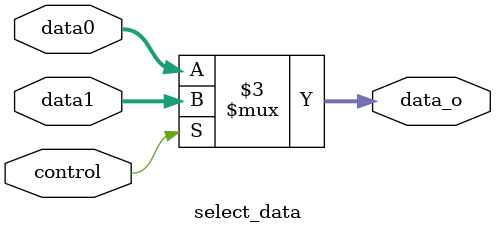
<source format=v>
module select_data(
							//input
							control,
							data0,
							data1,
							//output
							data_o
						 );

input control;
input [31:0] data0;
input [31:0] data1;
output reg [31:0]	data_o;
					 
always@(*) begin
	data_o <= (control == 1'b0) ? data0 : data1;
end

endmodule
	 
</source>
